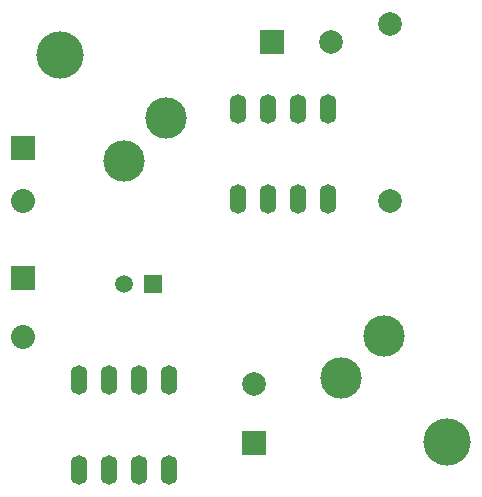
<source format=gts>
G04 #@! TF.FileFunction,Soldermask,Top*
%FSLAX46Y46*%
G04 Gerber Fmt 4.6, Leading zero omitted, Abs format (unit mm)*
G04 Created by KiCad (PCBNEW (2014-11-17 BZR 5289)-product) date Wed 28 Oct 2015 02:20:07 PM EDT*
%MOMM*%
G01*
G04 APERTURE LIST*
%ADD10C,0.100000*%
%ADD11R,2.032000X2.032000*%
%ADD12O,2.032000X2.032000*%
%ADD13O,1.400000X2.500000*%
%ADD14R,2.000000X2.000000*%
%ADD15C,2.000000*%
%ADD16C,1.998980*%
%ADD17C,3.500000*%
%ADD18C,4.000000*%
%ADD19R,1.500000X1.500000*%
%ADD20C,1.500000*%
G04 APERTURE END LIST*
D10*
D11*
X193000000Y-91500000D03*
D12*
X193000000Y-96000000D03*
D11*
X193000000Y-102500000D03*
D12*
X193000000Y-107500000D03*
D13*
X205310000Y-111190000D03*
X202770000Y-111190000D03*
X200230000Y-111190000D03*
X197690000Y-111190000D03*
X197690000Y-118810000D03*
X200230000Y-118810000D03*
X202770000Y-118810000D03*
X205310000Y-118810000D03*
X218810000Y-88190000D03*
X216270000Y-88190000D03*
X213730000Y-88190000D03*
X211190000Y-88190000D03*
X211190000Y-95810000D03*
X213730000Y-95810000D03*
X216270000Y-95810000D03*
X218810000Y-95810000D03*
D14*
X214000000Y-82500000D03*
D15*
X219000000Y-82500000D03*
D14*
X212500000Y-116500000D03*
D15*
X212500000Y-111500000D03*
D16*
X224000000Y-96000000D03*
X224000000Y-81000000D03*
D17*
X223500000Y-107407898D03*
X219907898Y-111000000D03*
D18*
X228888154Y-116388154D03*
D17*
X201500000Y-92592102D03*
X205092102Y-89000000D03*
D18*
X196111846Y-83611846D03*
D19*
X204000000Y-103000000D03*
D20*
X201500000Y-103000000D03*
M02*

</source>
